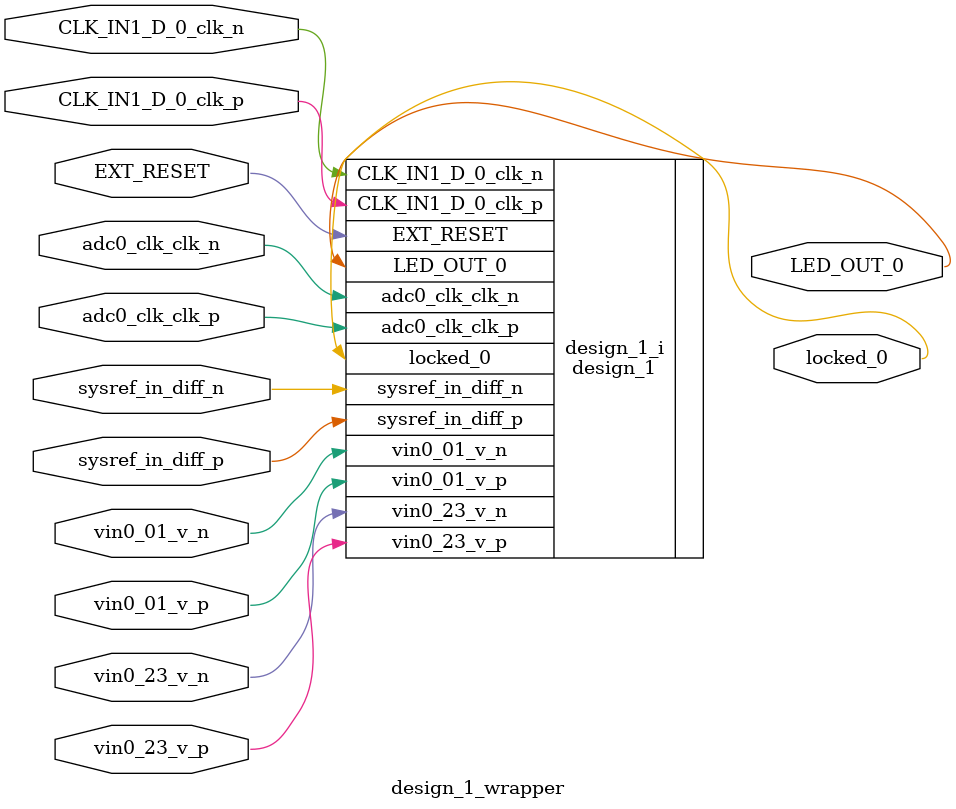
<source format=v>
`timescale 1 ps / 1 ps

module design_1_wrapper
   (CLK_IN1_D_0_clk_n,
    CLK_IN1_D_0_clk_p,
    EXT_RESET,
    LED_OUT_0,
    adc0_clk_clk_n,
    adc0_clk_clk_p,
    locked_0,
    sysref_in_diff_n,
    sysref_in_diff_p,
    vin0_01_v_n,
    vin0_01_v_p,
    vin0_23_v_n,
    vin0_23_v_p);
  input CLK_IN1_D_0_clk_n;
  input CLK_IN1_D_0_clk_p;
  input EXT_RESET;
  output LED_OUT_0;
  input adc0_clk_clk_n;
  input adc0_clk_clk_p;
  output locked_0;
  input sysref_in_diff_n;
  input sysref_in_diff_p;
  input vin0_01_v_n;
  input vin0_01_v_p;
  input vin0_23_v_n;
  input vin0_23_v_p;

  wire CLK_IN1_D_0_clk_n;
  wire CLK_IN1_D_0_clk_p;
  wire EXT_RESET;
  wire LED_OUT_0;
  wire adc0_clk_clk_n;
  wire adc0_clk_clk_p;
  wire locked_0;
  wire sysref_in_diff_n;
  wire sysref_in_diff_p;
  wire vin0_01_v_n;
  wire vin0_01_v_p;
  wire vin0_23_v_n;
  wire vin0_23_v_p;

  design_1 design_1_i
       (.CLK_IN1_D_0_clk_n(CLK_IN1_D_0_clk_n),
        .CLK_IN1_D_0_clk_p(CLK_IN1_D_0_clk_p),
        .EXT_RESET(EXT_RESET),
        .LED_OUT_0(LED_OUT_0),
        .adc0_clk_clk_n(adc0_clk_clk_n),
        .adc0_clk_clk_p(adc0_clk_clk_p),
        .locked_0(locked_0),
        .sysref_in_diff_n(sysref_in_diff_n),
        .sysref_in_diff_p(sysref_in_diff_p),
        .vin0_01_v_n(vin0_01_v_n),
        .vin0_01_v_p(vin0_01_v_p),
        .vin0_23_v_n(vin0_23_v_n),
        .vin0_23_v_p(vin0_23_v_p));
endmodule
</source>
